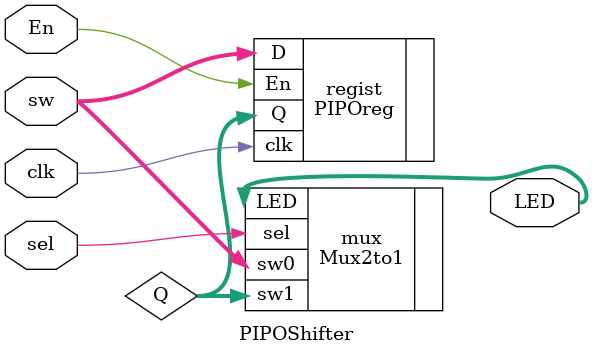
<source format=sv>
module PIPOShifter(
        input [7:0] sw,
        input clk, sel, En,
        output [7:0] LED
    );
    
wire [7:0] Q;
    
PIPOreg regist (
                .D(sw),
                .clk(clk),
                .En(En),
                .Q(Q)
               );
                
Mux2to1 mux    (
                .sw0(sw),
                .sw1(Q),
                .sel(sel),
                .LED(LED)
               );
                
endmodule

</source>
